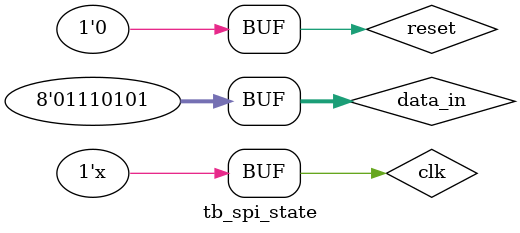
<source format=v>
`timescale 1ns / 1ps

module tb_spi_state;
    // Inputs
    reg clk;
    reg reset; 
    reg [7:0] data_in;  // Updated to 8 bits

    // Outputs
    wire spi_cs_l;
    wire spi_sclk;
    wire spi_data;
    wire [3:0] counter;  // Updated to 4 bits
    wire [7:0] complete_data;  // Added complete data output

    // Instantiate the Unit Under Test (UUT)
    spi_state state (
        .clk(clk),
        .reset(reset),
        .data_in(data_in),
        .spi_cs_l(spi_cs_l),
        .spi_sclk(spi_sclk),
        .spi_data(spi_data),
        .counter(counter),
        .complete_data(complete_data)  // Connect complete data
    );
   
    // Initial block to set initial values
    initial begin 
        clk = 0;
        reset = 1;
        data_in = 0;
    end
   
    // Generate clock signal
    always #5 clk = ~clk;
   
    // Stimulus block to provide input signals
    initial begin 
        #10 reset = 1'b0;
        #10 data_in = 8'hA5;  // 8-bit data example
        #180 data_in = 8'h25;
        #180 data_in = 8'h9B;
        #180 data_in = 8'h6A;
        #180 data_in = 8'hA2;
        #180 data_in = 8'h75;
        #180 ;
    end

    // Monitor complete data output
    initial begin
        $monitor("Time = %0d, complete_data = %h", $time, complete_data);
    end
endmodule

</source>
